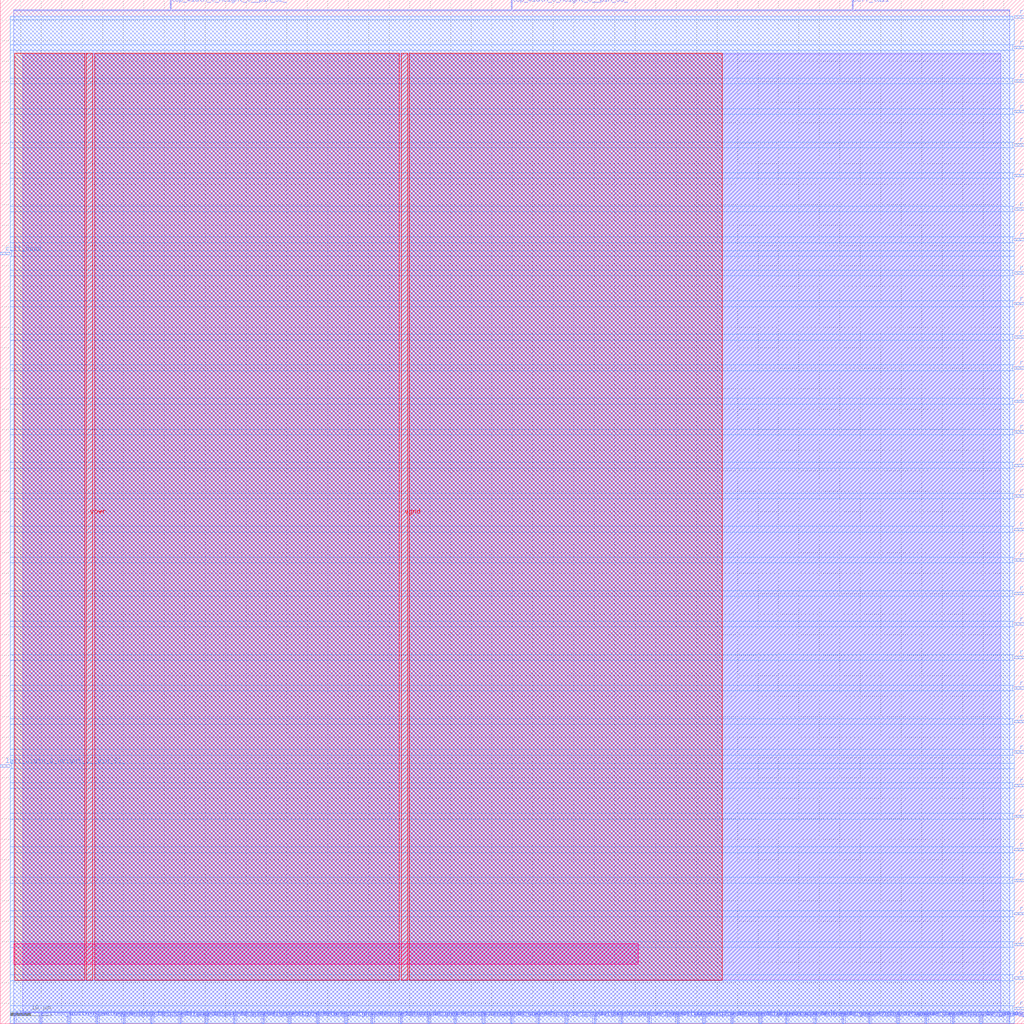
<source format=lef>
VERSION 5.7 ;
  NOWIREEXTENSIONATPIN ON ;
  DIVIDERCHAR "/" ;
  BUSBITCHARS "[]" ;
MACRO grid_clb
  CLASS BLOCK ;
  FOREIGN grid_clb ;
  ORIGIN 0.000 0.000 ;
  SIZE 250.000 BY 250.000 ;
  PIN Test_en
    DIRECTION INPUT ;
    PORT
      LAYER met2 ;
        RECT 239.290 0.000 239.570 2.400 ;
    END
  END Test_en
  PIN bottom_width_0_height_0__pin_16_
    DIRECTION INPUT ;
    PORT
      LAYER met2 ;
        RECT 9.750 0.000 10.030 2.400 ;
    END
  END bottom_width_0_height_0__pin_16_
  PIN bottom_width_0_height_0__pin_17_
    DIRECTION INPUT ;
    PORT
      LAYER met2 ;
        RECT 16.650 0.000 16.930 2.400 ;
    END
  END bottom_width_0_height_0__pin_17_
  PIN bottom_width_0_height_0__pin_18_
    DIRECTION INPUT ;
    PORT
      LAYER met2 ;
        RECT 23.550 0.000 23.830 2.400 ;
    END
  END bottom_width_0_height_0__pin_18_
  PIN bottom_width_0_height_0__pin_19_
    DIRECTION INPUT ;
    PORT
      LAYER met2 ;
        RECT 29.990 0.000 30.270 2.400 ;
    END
  END bottom_width_0_height_0__pin_19_
  PIN bottom_width_0_height_0__pin_20_
    DIRECTION INPUT ;
    PORT
      LAYER met2 ;
        RECT 36.890 0.000 37.170 2.400 ;
    END
  END bottom_width_0_height_0__pin_20_
  PIN bottom_width_0_height_0__pin_21_
    DIRECTION INPUT ;
    PORT
      LAYER met2 ;
        RECT 43.790 0.000 44.070 2.400 ;
    END
  END bottom_width_0_height_0__pin_21_
  PIN bottom_width_0_height_0__pin_22_
    DIRECTION INPUT ;
    PORT
      LAYER met2 ;
        RECT 50.230 0.000 50.510 2.400 ;
    END
  END bottom_width_0_height_0__pin_22_
  PIN bottom_width_0_height_0__pin_23_
    DIRECTION INPUT ;
    PORT
      LAYER met2 ;
        RECT 57.130 0.000 57.410 2.400 ;
    END
  END bottom_width_0_height_0__pin_23_
  PIN bottom_width_0_height_0__pin_24_
    DIRECTION INPUT ;
    PORT
      LAYER met2 ;
        RECT 64.030 0.000 64.310 2.400 ;
    END
  END bottom_width_0_height_0__pin_24_
  PIN bottom_width_0_height_0__pin_25_
    DIRECTION INPUT ;
    PORT
      LAYER met2 ;
        RECT 70.470 0.000 70.750 2.400 ;
    END
  END bottom_width_0_height_0__pin_25_
  PIN bottom_width_0_height_0__pin_26_
    DIRECTION INPUT ;
    PORT
      LAYER met2 ;
        RECT 77.370 0.000 77.650 2.400 ;
    END
  END bottom_width_0_height_0__pin_26_
  PIN bottom_width_0_height_0__pin_27_
    DIRECTION INPUT ;
    PORT
      LAYER met2 ;
        RECT 84.270 0.000 84.550 2.400 ;
    END
  END bottom_width_0_height_0__pin_27_
  PIN bottom_width_0_height_0__pin_28_
    DIRECTION INPUT ;
    PORT
      LAYER met2 ;
        RECT 90.710 0.000 90.990 2.400 ;
    END
  END bottom_width_0_height_0__pin_28_
  PIN bottom_width_0_height_0__pin_29_
    DIRECTION INPUT ;
    PORT
      LAYER met2 ;
        RECT 97.610 0.000 97.890 2.400 ;
    END
  END bottom_width_0_height_0__pin_29_
  PIN bottom_width_0_height_0__pin_30_
    DIRECTION INPUT ;
    PORT
      LAYER met2 ;
        RECT 104.510 0.000 104.790 2.400 ;
    END
  END bottom_width_0_height_0__pin_30_
  PIN bottom_width_0_height_0__pin_31_
    DIRECTION INPUT ;
    PORT
      LAYER met2 ;
        RECT 110.950 0.000 111.230 2.400 ;
    END
  END bottom_width_0_height_0__pin_31_
  PIN bottom_width_0_height_0__pin_42_lower
    DIRECTION OUTPUT TRISTATE ;
    PORT
      LAYER met2 ;
        RECT 117.850 0.000 118.130 2.400 ;
    END
  END bottom_width_0_height_0__pin_42_lower
  PIN bottom_width_0_height_0__pin_42_upper
    DIRECTION OUTPUT TRISTATE ;
    PORT
      LAYER met2 ;
        RECT 124.750 0.000 125.030 2.400 ;
    END
  END bottom_width_0_height_0__pin_42_upper
  PIN bottom_width_0_height_0__pin_43_lower
    DIRECTION OUTPUT TRISTATE ;
    PORT
      LAYER met2 ;
        RECT 131.190 0.000 131.470 2.400 ;
    END
  END bottom_width_0_height_0__pin_43_lower
  PIN bottom_width_0_height_0__pin_43_upper
    DIRECTION OUTPUT TRISTATE ;
    PORT
      LAYER met2 ;
        RECT 138.090 0.000 138.370 2.400 ;
    END
  END bottom_width_0_height_0__pin_43_upper
  PIN bottom_width_0_height_0__pin_44_lower
    DIRECTION OUTPUT TRISTATE ;
    PORT
      LAYER met2 ;
        RECT 144.990 0.000 145.270 2.400 ;
    END
  END bottom_width_0_height_0__pin_44_lower
  PIN bottom_width_0_height_0__pin_44_upper
    DIRECTION OUTPUT TRISTATE ;
    PORT
      LAYER met2 ;
        RECT 151.430 0.000 151.710 2.400 ;
    END
  END bottom_width_0_height_0__pin_44_upper
  PIN bottom_width_0_height_0__pin_45_lower
    DIRECTION OUTPUT TRISTATE ;
    PORT
      LAYER met2 ;
        RECT 158.330 0.000 158.610 2.400 ;
    END
  END bottom_width_0_height_0__pin_45_lower
  PIN bottom_width_0_height_0__pin_45_upper
    DIRECTION OUTPUT TRISTATE ;
    PORT
      LAYER met2 ;
        RECT 165.230 0.000 165.510 2.400 ;
    END
  END bottom_width_0_height_0__pin_45_upper
  PIN bottom_width_0_height_0__pin_46_lower
    DIRECTION OUTPUT TRISTATE ;
    PORT
      LAYER met2 ;
        RECT 171.670 0.000 171.950 2.400 ;
    END
  END bottom_width_0_height_0__pin_46_lower
  PIN bottom_width_0_height_0__pin_46_upper
    DIRECTION OUTPUT TRISTATE ;
    PORT
      LAYER met2 ;
        RECT 178.570 0.000 178.850 2.400 ;
    END
  END bottom_width_0_height_0__pin_46_upper
  PIN bottom_width_0_height_0__pin_47_lower
    DIRECTION OUTPUT TRISTATE ;
    PORT
      LAYER met2 ;
        RECT 185.470 0.000 185.750 2.400 ;
    END
  END bottom_width_0_height_0__pin_47_lower
  PIN bottom_width_0_height_0__pin_47_upper
    DIRECTION OUTPUT TRISTATE ;
    PORT
      LAYER met2 ;
        RECT 191.910 0.000 192.190 2.400 ;
    END
  END bottom_width_0_height_0__pin_47_upper
  PIN bottom_width_0_height_0__pin_48_lower
    DIRECTION OUTPUT TRISTATE ;
    PORT
      LAYER met2 ;
        RECT 198.810 0.000 199.090 2.400 ;
    END
  END bottom_width_0_height_0__pin_48_lower
  PIN bottom_width_0_height_0__pin_48_upper
    DIRECTION OUTPUT TRISTATE ;
    PORT
      LAYER met2 ;
        RECT 205.710 0.000 205.990 2.400 ;
    END
  END bottom_width_0_height_0__pin_48_upper
  PIN bottom_width_0_height_0__pin_49_lower
    DIRECTION OUTPUT TRISTATE ;
    PORT
      LAYER met2 ;
        RECT 212.150 0.000 212.430 2.400 ;
    END
  END bottom_width_0_height_0__pin_49_lower
  PIN bottom_width_0_height_0__pin_49_upper
    DIRECTION OUTPUT TRISTATE ;
    PORT
      LAYER met2 ;
        RECT 219.050 0.000 219.330 2.400 ;
    END
  END bottom_width_0_height_0__pin_49_upper
  PIN bottom_width_0_height_0__pin_50_
    DIRECTION OUTPUT TRISTATE ;
    PORT
      LAYER met2 ;
        RECT 225.950 0.000 226.230 2.400 ;
    END
  END bottom_width_0_height_0__pin_50_
  PIN bottom_width_0_height_0__pin_51_
    DIRECTION OUTPUT TRISTATE ;
    PORT
      LAYER met2 ;
        RECT 232.390 0.000 232.670 2.400 ;
    END
  END bottom_width_0_height_0__pin_51_
  PIN ccff_head
    DIRECTION INPUT ;
    PORT
      LAYER met3 ;
        RECT 0.000 187.720 2.400 188.320 ;
    END
  END ccff_head
  PIN ccff_tail
    DIRECTION OUTPUT TRISTATE ;
    PORT
      LAYER met2 ;
        RECT 208.010 247.600 208.290 250.000 ;
    END
  END ccff_tail
  PIN clk
    DIRECTION INPUT ;
    PORT
      LAYER met2 ;
        RECT 3.310 0.000 3.590 2.400 ;
    END
  END clk
  PIN left_width_0_height_0__pin_52_
    DIRECTION INPUT ;
    PORT
      LAYER met3 ;
        RECT 0.000 62.600 2.400 63.200 ;
    END
  END left_width_0_height_0__pin_52_
  PIN prog_clk
    DIRECTION INPUT ;
    PORT
      LAYER met2 ;
        RECT 246.190 0.000 246.470 2.400 ;
    END
  END prog_clk
  PIN right_width_0_height_0__pin_0_
    DIRECTION INPUT ;
    PORT
      LAYER met3 ;
        RECT 247.600 3.440 250.000 4.040 ;
    END
  END right_width_0_height_0__pin_0_
  PIN right_width_0_height_0__pin_10_
    DIRECTION INPUT ;
    PORT
      LAYER met3 ;
        RECT 247.600 81.640 250.000 82.240 ;
    END
  END right_width_0_height_0__pin_10_
  PIN right_width_0_height_0__pin_11_
    DIRECTION INPUT ;
    PORT
      LAYER met3 ;
        RECT 247.600 89.120 250.000 89.720 ;
    END
  END right_width_0_height_0__pin_11_
  PIN right_width_0_height_0__pin_12_
    DIRECTION INPUT ;
    PORT
      LAYER met3 ;
        RECT 247.600 97.280 250.000 97.880 ;
    END
  END right_width_0_height_0__pin_12_
  PIN right_width_0_height_0__pin_13_
    DIRECTION INPUT ;
    PORT
      LAYER met3 ;
        RECT 247.600 104.760 250.000 105.360 ;
    END
  END right_width_0_height_0__pin_13_
  PIN right_width_0_height_0__pin_14_
    DIRECTION INPUT ;
    PORT
      LAYER met3 ;
        RECT 247.600 112.920 250.000 113.520 ;
    END
  END right_width_0_height_0__pin_14_
  PIN right_width_0_height_0__pin_15_
    DIRECTION INPUT ;
    PORT
      LAYER met3 ;
        RECT 247.600 120.400 250.000 121.000 ;
    END
  END right_width_0_height_0__pin_15_
  PIN right_width_0_height_0__pin_1_
    DIRECTION INPUT ;
    PORT
      LAYER met3 ;
        RECT 247.600 10.920 250.000 11.520 ;
    END
  END right_width_0_height_0__pin_1_
  PIN right_width_0_height_0__pin_2_
    DIRECTION INPUT ;
    PORT
      LAYER met3 ;
        RECT 247.600 19.080 250.000 19.680 ;
    END
  END right_width_0_height_0__pin_2_
  PIN right_width_0_height_0__pin_34_lower
    DIRECTION OUTPUT TRISTATE ;
    PORT
      LAYER met3 ;
        RECT 247.600 128.560 250.000 129.160 ;
    END
  END right_width_0_height_0__pin_34_lower
  PIN right_width_0_height_0__pin_34_upper
    DIRECTION OUTPUT TRISTATE ;
    PORT
      LAYER met3 ;
        RECT 247.600 136.040 250.000 136.640 ;
    END
  END right_width_0_height_0__pin_34_upper
  PIN right_width_0_height_0__pin_35_lower
    DIRECTION OUTPUT TRISTATE ;
    PORT
      LAYER met3 ;
        RECT 247.600 144.200 250.000 144.800 ;
    END
  END right_width_0_height_0__pin_35_lower
  PIN right_width_0_height_0__pin_35_upper
    DIRECTION OUTPUT TRISTATE ;
    PORT
      LAYER met3 ;
        RECT 247.600 151.680 250.000 152.280 ;
    END
  END right_width_0_height_0__pin_35_upper
  PIN right_width_0_height_0__pin_36_lower
    DIRECTION OUTPUT TRISTATE ;
    PORT
      LAYER met3 ;
        RECT 247.600 159.840 250.000 160.440 ;
    END
  END right_width_0_height_0__pin_36_lower
  PIN right_width_0_height_0__pin_36_upper
    DIRECTION OUTPUT TRISTATE ;
    PORT
      LAYER met3 ;
        RECT 247.600 167.320 250.000 167.920 ;
    END
  END right_width_0_height_0__pin_36_upper
  PIN right_width_0_height_0__pin_37_lower
    DIRECTION OUTPUT TRISTATE ;
    PORT
      LAYER met3 ;
        RECT 247.600 175.480 250.000 176.080 ;
    END
  END right_width_0_height_0__pin_37_lower
  PIN right_width_0_height_0__pin_37_upper
    DIRECTION OUTPUT TRISTATE ;
    PORT
      LAYER met3 ;
        RECT 247.600 182.960 250.000 183.560 ;
    END
  END right_width_0_height_0__pin_37_upper
  PIN right_width_0_height_0__pin_38_lower
    DIRECTION OUTPUT TRISTATE ;
    PORT
      LAYER met3 ;
        RECT 247.600 191.120 250.000 191.720 ;
    END
  END right_width_0_height_0__pin_38_lower
  PIN right_width_0_height_0__pin_38_upper
    DIRECTION OUTPUT TRISTATE ;
    PORT
      LAYER met3 ;
        RECT 247.600 198.600 250.000 199.200 ;
    END
  END right_width_0_height_0__pin_38_upper
  PIN right_width_0_height_0__pin_39_lower
    DIRECTION OUTPUT TRISTATE ;
    PORT
      LAYER met3 ;
        RECT 247.600 206.760 250.000 207.360 ;
    END
  END right_width_0_height_0__pin_39_lower
  PIN right_width_0_height_0__pin_39_upper
    DIRECTION OUTPUT TRISTATE ;
    PORT
      LAYER met3 ;
        RECT 247.600 214.240 250.000 214.840 ;
    END
  END right_width_0_height_0__pin_39_upper
  PIN right_width_0_height_0__pin_3_
    DIRECTION INPUT ;
    PORT
      LAYER met3 ;
        RECT 247.600 26.560 250.000 27.160 ;
    END
  END right_width_0_height_0__pin_3_
  PIN right_width_0_height_0__pin_40_lower
    DIRECTION OUTPUT TRISTATE ;
    PORT
      LAYER met3 ;
        RECT 247.600 222.400 250.000 223.000 ;
    END
  END right_width_0_height_0__pin_40_lower
  PIN right_width_0_height_0__pin_40_upper
    DIRECTION OUTPUT TRISTATE ;
    PORT
      LAYER met3 ;
        RECT 247.600 229.880 250.000 230.480 ;
    END
  END right_width_0_height_0__pin_40_upper
  PIN right_width_0_height_0__pin_41_lower
    DIRECTION OUTPUT TRISTATE ;
    PORT
      LAYER met3 ;
        RECT 247.600 238.040 250.000 238.640 ;
    END
  END right_width_0_height_0__pin_41_lower
  PIN right_width_0_height_0__pin_41_upper
    DIRECTION OUTPUT TRISTATE ;
    PORT
      LAYER met3 ;
        RECT 247.600 245.520 250.000 246.120 ;
    END
  END right_width_0_height_0__pin_41_upper
  PIN right_width_0_height_0__pin_4_
    DIRECTION INPUT ;
    PORT
      LAYER met3 ;
        RECT 247.600 34.720 250.000 35.320 ;
    END
  END right_width_0_height_0__pin_4_
  PIN right_width_0_height_0__pin_5_
    DIRECTION INPUT ;
    PORT
      LAYER met3 ;
        RECT 247.600 42.200 250.000 42.800 ;
    END
  END right_width_0_height_0__pin_5_
  PIN right_width_0_height_0__pin_6_
    DIRECTION INPUT ;
    PORT
      LAYER met3 ;
        RECT 247.600 50.360 250.000 50.960 ;
    END
  END right_width_0_height_0__pin_6_
  PIN right_width_0_height_0__pin_7_
    DIRECTION INPUT ;
    PORT
      LAYER met3 ;
        RECT 247.600 57.840 250.000 58.440 ;
    END
  END right_width_0_height_0__pin_7_
  PIN right_width_0_height_0__pin_8_
    DIRECTION INPUT ;
    PORT
      LAYER met3 ;
        RECT 247.600 66.000 250.000 66.600 ;
    END
  END right_width_0_height_0__pin_8_
  PIN right_width_0_height_0__pin_9_
    DIRECTION INPUT ;
    PORT
      LAYER met3 ;
        RECT 247.600 73.480 250.000 74.080 ;
    END
  END right_width_0_height_0__pin_9_
  PIN top_width_0_height_0__pin_32_
    DIRECTION INPUT ;
    PORT
      LAYER met2 ;
        RECT 41.490 247.600 41.770 250.000 ;
    END
  END top_width_0_height_0__pin_32_
  PIN top_width_0_height_0__pin_33_
    DIRECTION INPUT ;
    PORT
      LAYER met2 ;
        RECT 124.750 247.600 125.030 250.000 ;
    END
  END top_width_0_height_0__pin_33_
  PIN vpwr
    DIRECTION INPUT ;
    PORT
      LAYER met4 ;
        RECT 21.040 10.640 22.640 236.880 ;
    END
  END vpwr
  PIN vgnd
    DIRECTION INPUT ;
    PORT
      LAYER met4 ;
        RECT 97.840 10.640 99.440 236.880 ;
    END
  END vgnd
  OBS
      LAYER li1 ;
        RECT 5.520 10.795 244.260 236.725 ;
      LAYER met1 ;
        RECT 5.520 2.760 244.260 236.880 ;
      LAYER met2 ;
        RECT 3.310 247.320 41.210 247.600 ;
        RECT 42.050 247.320 124.470 247.600 ;
        RECT 125.310 247.320 207.730 247.600 ;
        RECT 208.570 247.320 246.470 247.600 ;
        RECT 3.310 2.680 246.470 247.320 ;
        RECT 3.870 0.155 9.470 2.680 ;
        RECT 10.310 0.155 16.370 2.680 ;
        RECT 17.210 0.155 23.270 2.680 ;
        RECT 24.110 0.155 29.710 2.680 ;
        RECT 30.550 0.155 36.610 2.680 ;
        RECT 37.450 0.155 43.510 2.680 ;
        RECT 44.350 0.155 49.950 2.680 ;
        RECT 50.790 0.155 56.850 2.680 ;
        RECT 57.690 0.155 63.750 2.680 ;
        RECT 64.590 0.155 70.190 2.680 ;
        RECT 71.030 0.155 77.090 2.680 ;
        RECT 77.930 0.155 83.990 2.680 ;
        RECT 84.830 0.155 90.430 2.680 ;
        RECT 91.270 0.155 97.330 2.680 ;
        RECT 98.170 0.155 104.230 2.680 ;
        RECT 105.070 0.155 110.670 2.680 ;
        RECT 111.510 0.155 117.570 2.680 ;
        RECT 118.410 0.155 124.470 2.680 ;
        RECT 125.310 0.155 130.910 2.680 ;
        RECT 131.750 0.155 137.810 2.680 ;
        RECT 138.650 0.155 144.710 2.680 ;
        RECT 145.550 0.155 151.150 2.680 ;
        RECT 151.990 0.155 158.050 2.680 ;
        RECT 158.890 0.155 164.950 2.680 ;
        RECT 165.790 0.155 171.390 2.680 ;
        RECT 172.230 0.155 178.290 2.680 ;
        RECT 179.130 0.155 185.190 2.680 ;
        RECT 186.030 0.155 191.630 2.680 ;
        RECT 192.470 0.155 198.530 2.680 ;
        RECT 199.370 0.155 205.430 2.680 ;
        RECT 206.270 0.155 211.870 2.680 ;
        RECT 212.710 0.155 218.770 2.680 ;
        RECT 219.610 0.155 225.670 2.680 ;
        RECT 226.510 0.155 232.110 2.680 ;
        RECT 232.950 0.155 239.010 2.680 ;
        RECT 239.850 0.155 245.910 2.680 ;
      LAYER met3 ;
        RECT 2.400 245.120 247.200 245.985 ;
        RECT 2.400 239.040 247.600 245.120 ;
        RECT 2.400 237.640 247.200 239.040 ;
        RECT 2.400 230.880 247.600 237.640 ;
        RECT 2.400 229.480 247.200 230.880 ;
        RECT 2.400 223.400 247.600 229.480 ;
        RECT 2.400 222.000 247.200 223.400 ;
        RECT 2.400 215.240 247.600 222.000 ;
        RECT 2.400 213.840 247.200 215.240 ;
        RECT 2.400 207.760 247.600 213.840 ;
        RECT 2.400 206.360 247.200 207.760 ;
        RECT 2.400 199.600 247.600 206.360 ;
        RECT 2.400 198.200 247.200 199.600 ;
        RECT 2.400 192.120 247.600 198.200 ;
        RECT 2.400 190.720 247.200 192.120 ;
        RECT 2.400 188.720 247.600 190.720 ;
        RECT 2.800 187.320 247.600 188.720 ;
        RECT 2.400 183.960 247.600 187.320 ;
        RECT 2.400 182.560 247.200 183.960 ;
        RECT 2.400 176.480 247.600 182.560 ;
        RECT 2.400 175.080 247.200 176.480 ;
        RECT 2.400 168.320 247.600 175.080 ;
        RECT 2.400 166.920 247.200 168.320 ;
        RECT 2.400 160.840 247.600 166.920 ;
        RECT 2.400 159.440 247.200 160.840 ;
        RECT 2.400 152.680 247.600 159.440 ;
        RECT 2.400 151.280 247.200 152.680 ;
        RECT 2.400 145.200 247.600 151.280 ;
        RECT 2.400 143.800 247.200 145.200 ;
        RECT 2.400 137.040 247.600 143.800 ;
        RECT 2.400 135.640 247.200 137.040 ;
        RECT 2.400 129.560 247.600 135.640 ;
        RECT 2.400 128.160 247.200 129.560 ;
        RECT 2.400 121.400 247.600 128.160 ;
        RECT 2.400 120.000 247.200 121.400 ;
        RECT 2.400 113.920 247.600 120.000 ;
        RECT 2.400 112.520 247.200 113.920 ;
        RECT 2.400 105.760 247.600 112.520 ;
        RECT 2.400 104.360 247.200 105.760 ;
        RECT 2.400 98.280 247.600 104.360 ;
        RECT 2.400 96.880 247.200 98.280 ;
        RECT 2.400 90.120 247.600 96.880 ;
        RECT 2.400 88.720 247.200 90.120 ;
        RECT 2.400 82.640 247.600 88.720 ;
        RECT 2.400 81.240 247.200 82.640 ;
        RECT 2.400 74.480 247.600 81.240 ;
        RECT 2.400 73.080 247.200 74.480 ;
        RECT 2.400 67.000 247.600 73.080 ;
        RECT 2.400 65.600 247.200 67.000 ;
        RECT 2.400 63.600 247.600 65.600 ;
        RECT 2.800 62.200 247.600 63.600 ;
        RECT 2.400 58.840 247.600 62.200 ;
        RECT 2.400 57.440 247.200 58.840 ;
        RECT 2.400 51.360 247.600 57.440 ;
        RECT 2.400 49.960 247.200 51.360 ;
        RECT 2.400 43.200 247.600 49.960 ;
        RECT 2.400 41.800 247.200 43.200 ;
        RECT 2.400 35.720 247.600 41.800 ;
        RECT 2.400 34.320 247.200 35.720 ;
        RECT 2.400 27.560 247.600 34.320 ;
        RECT 2.400 26.160 247.200 27.560 ;
        RECT 2.400 20.080 247.600 26.160 ;
        RECT 2.400 18.680 247.200 20.080 ;
        RECT 2.400 11.920 247.600 18.680 ;
        RECT 2.400 10.520 247.200 11.920 ;
        RECT 2.400 4.440 247.600 10.520 ;
        RECT 2.400 3.040 247.200 4.440 ;
        RECT 2.400 0.175 247.600 3.040 ;
      LAYER met4 ;
        RECT 3.550 10.640 20.640 236.880 ;
        RECT 23.040 10.640 97.440 236.880 ;
        RECT 99.840 10.640 176.240 236.880 ;
      LAYER met5 ;
        RECT 3.340 14.500 155.820 19.500 ;
  END
END grid_clb
END LIBRARY


</source>
